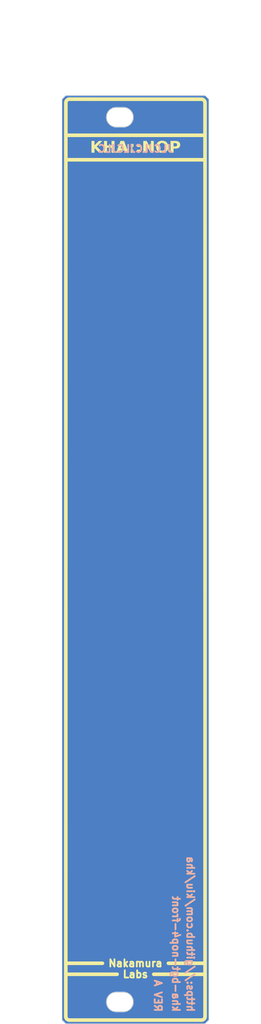
<source format=kicad_pcb>
(kicad_pcb (version 20221018) (generator pcbnew)

  (general
    (thickness 1.6)
  )

  (paper "A5" portrait)
  (layers
    (0 "F.Cu" signal)
    (31 "B.Cu" signal)
    (32 "B.Adhes" user "B.Adhesive")
    (33 "F.Adhes" user "F.Adhesive")
    (34 "B.Paste" user)
    (35 "F.Paste" user)
    (36 "B.SilkS" user "B.Silkscreen")
    (37 "F.SilkS" user "F.Silkscreen")
    (38 "B.Mask" user)
    (39 "F.Mask" user)
    (40 "Dwgs.User" user "User.Drawings")
    (41 "Cmts.User" user "User.Comments")
    (42 "Eco1.User" user "User.Eco1")
    (43 "Eco2.User" user "User.Eco2")
    (44 "Edge.Cuts" user)
    (45 "Margin" user)
    (46 "B.CrtYd" user "B.Courtyard")
    (47 "F.CrtYd" user "F.Courtyard")
    (48 "B.Fab" user)
    (49 "F.Fab" user)
    (50 "User.1" user)
    (51 "User.2" user)
    (52 "User.3" user)
    (53 "User.4" user)
    (54 "User.5" user)
    (55 "User.6" user)
    (56 "User.7" user)
    (57 "User.8" user)
    (58 "User.9" user)
  )

  (setup
    (pad_to_mask_clearance 0)
    (pcbplotparams
      (layerselection 0x00010fc_ffffffff)
      (plot_on_all_layers_selection 0x0000000_00000000)
      (disableapertmacros false)
      (usegerberextensions false)
      (usegerberattributes true)
      (usegerberadvancedattributes true)
      (creategerberjobfile true)
      (dashed_line_dash_ratio 12.000000)
      (dashed_line_gap_ratio 3.000000)
      (svgprecision 4)
      (plotframeref false)
      (viasonmask false)
      (mode 1)
      (useauxorigin false)
      (hpglpennumber 1)
      (hpglpenspeed 20)
      (hpglpendiameter 15.000000)
      (dxfpolygonmode true)
      (dxfimperialunits true)
      (dxfusepcbnewfont true)
      (psnegative false)
      (psa4output false)
      (plotreference true)
      (plotvalue true)
      (plotinvisibletext false)
      (sketchpadsonfab false)
      (subtractmaskfromsilk false)
      (outputformat 1)
      (mirror false)
      (drillshape 1)
      (scaleselection 1)
      (outputdirectory "")
    )
  )

  (net 0 "")

  (gr_line (start 80.638 151.686) (end 73.78 151.686)
    (stroke (width 0.5) (type solid)) (layer "F.SilkS") (tstamp 06f07cbc-a4c9-491d-ac32-ebb9d08a462a))
  (gr_arc (start 80.384 30.528) (mid 80.737553 30.674447) (end 80.884 31.028)
    (stroke (width 0.5) (type solid)) (layer "F.SilkS") (tstamp 166b6077-d142-4278-b72d-ca30122292a8))
  (gr_line (start 68.7 151.686) (end 61.842 151.686)
    (stroke (width 0.5) (type solid)) (layer "F.SilkS") (tstamp 2343e168-f819-4eeb-9672-b5f93eff0294))
  (gr_line (start 80.638 150.162) (end 75.812 150.162)
    (stroke (width 0.5) (type solid)) (layer "F.SilkS") (tstamp 281de666-9678-4b06-b4bd-a8974b479500))
  (gr_line (start 61.588 157.528) (end 61.596001 31.019999)
    (stroke (width 0.5) (type solid)) (layer "F.SilkS") (tstamp 7bfc08d6-fbf1-4df0-aa72-dc44d8ccb59d))
  (gr_line (start 80.884 31.028) (end 80.892 157.528)
    (stroke (width 0.5) (type solid)) (layer "F.SilkS") (tstamp 87c2c81d-0ee0-4e99-b960-0f024a7aa58e))
  (gr_arc (start 61.596001 31.019999) (mid 61.742448 30.666447) (end 62.096 30.52)
    (stroke (width 0.5) (type solid)) (layer "F.SilkS") (tstamp 932729f0-b85e-4da3-90cc-e6d9ec8f2f3b))
  (gr_line (start 61.842 35.52) (end 80.638 35.52)
    (stroke (width 0.5) (type solid)) (layer "F.SilkS") (tstamp b0707780-aa1d-4f28-9113-b984f770ce54))
  (gr_line (start 80.392 158.028) (end 62.088 158.028)
    (stroke (width 0.5) (type solid)) (layer "F.SilkS") (tstamp b2e4d2ee-ee8d-4d2f-8d22-d511cd883b63))
  (gr_line (start 61.842 38.91) (end 80.638 38.91)
    (stroke (width 0.5) (type solid)) (layer "F.SilkS") (tstamp c0e5e61e-c537-4a04-88c3-0d644ec6a4af))
  (gr_line (start 66.668 150.162) (end 61.842 150.162)
    (stroke (width 0.5) (type solid)) (layer "F.SilkS") (tstamp e4155848-4b8c-47c8-82c4-fbb06a67c69c))
  (gr_line (start 62.096 30.52) (end 80.384 30.528)
    (stroke (width 0.5) (type solid)) (layer "F.SilkS") (tstamp f33146ce-34f8-4720-aac4-e78a03f33e89))
  (gr_arc (start 62.088 158.028) (mid 61.734447 157.881553) (end 61.588 157.528)
    (stroke (width 0.5) (type solid)) (layer "F.SilkS") (tstamp f48bf050-51bc-4df1-8369-9c76e7fb18ff))
  (gr_arc (start 80.892 157.528) (mid 80.745553 157.881553) (end 80.392 158.028)
    (stroke (width 0.5) (type solid)) (layer "F.SilkS") (tstamp fbff2034-3821-465c-9039-94cd21c68cdf))
  (gr_line (start 81.4 39.269997) (end 81.4 149.269997)
    (stroke (width 0.15) (type solid)) (layer "Dwgs.User") (tstamp 004a4c5a-0c0c-4857-a8cd-0979f2a7c5bf))
  (gr_line (start 81.4 149.269997) (end 61.08012 149.27)
    (stroke (width 0.15) (type solid)) (layer "Dwgs.User") (tstamp 14ac1920-690b-42c9-a681-1662b93fa603))
  (gr_line (start 61.08 39.269997) (end 81.4 39.269997)
    (stroke (width 0.15) (type solid)) (layer "Dwgs.User") (tstamp 472c1883-aa1f-4cfe-a5e3-bfa3ed405b79))
  (gr_line (start 61.08012 149.27) (end 61.08 39.269997)
    (stroke (width 0.15) (type solid)) (layer "Dwgs.User") (tstamp 70e3ac47-46f7-4091-8cfe-b87b696e292e))
  (gr_line (start 61.08 94.27) (end 81.4 94.269997)
    (stroke (width 0.15) (type solid)) (layer "Dwgs.User") (tstamp 902e8e07-cba9-4fca-9f25-45f77cdc1a49))
  (gr_line (start 61.08 126.52) (end 81.4 126.52)
    (stroke (width 0.15) (type solid)) (layer "Dwgs.User") (tstamp 933c1f22-dd05-4dbf-9206-0728c5359f25))
  (gr_line (start 71.24 30.02) (end 71.24 157.02)
    (stroke (width 0.15) (type default)) (layer "Dwgs.User") (tstamp 9cdb809e-b4c3-42f2-aa10-dd9923f524c0))
  (gr_line (start 61.08 62.02) (end 81.4 62.02)
    (stroke (width 0.15) (type solid)) (layer "Dwgs.User") (tstamp f3a34b56-91bb-4c2d-b486-5f1f0de03c90))
  (gr_line (start 68.58 31.67) (end 69.58 31.67)
    (stroke (width 0.1) (type default)) (layer "Edge.Cuts") (tstamp 07340b61-d353-47d2-a742-5f58fa062ccd))
  (gr_line (start 61.08 158.02) (end 61.58 158.52)
    (stroke (width 0.05) (type default)) (layer "Edge.Cuts") (tstamp 07f55146-bdf4-4797-bb30-9023ef3f9950))
  (gr_line (start 81.4 30.52) (end 81.4 158.02)
    (stroke (width 0.05) (type solid)) (layer "Edge.Cuts") (tstamp 0db4480b-253d-4246-b8bb-6aef73dbcd9a))
  (gr_line (start 68.58 156.87) (end 69.58 156.87)
    (stroke (width 0.1) (type default)) (layer "Edge.Cuts") (tstamp 10a6cc06-7a23-4bde-bf1a-a808394b5c09))
  (gr_line (start 61.08 30.52) (end 61.58 30.02)
    (stroke (width 0.05) (type default)) (layer "Edge.Cuts") (tstamp 1a27fee8-2433-4a6a-8d67-758888cd9e0d))
  (gr_arc (start 68.58 156.87) (mid 67.23 155.52) (end 68.58 154.17)
    (stroke (width 0.1) (type default)) (layer "Edge.Cuts") (tstamp 1b202044-a3f0-412e-80e0-754fb63e318d))
  (gr_line (start 68.58 154.17) (end 69.58 154.17)
    (stroke (width 0.1) (type default)) (layer "Edge.Cuts") (tstamp 28ab836a-c4bc-4933-9953-96b555d2119a))
  (gr_line (start 80.9 158.52) (end 81.4 158.02)
    (stroke (width 0.05) (type default)) (layer "Edge.Cuts") (tstamp 38efd7a8-6f72-4710-8fa1-df7c02f34600))
  (gr_line (start 61.58 30.02) (end 80.9 30.02)
    (stroke (width 0.05) (type solid)) (layer "Edge.Cuts") (tstamp 59c028b9-918c-49c2-b8b6-a88608d62163))
  (gr_arc (start 68.58 34.37) (mid 67.23 33.02) (end 68.58 31.67)
    (stroke (width 0.1) (type default)) (layer "Edge.Cuts") (tstamp 5f0850fb-b1a0-4211-a77d-cbca3e590ad9))
  (gr_line (start 80.9 30.02) (end 81.4 30.52)
    (stroke (width 0.05) (type default)) (layer "Edge.Cuts") (tstamp 71e1a040-eb18-48ea-8f80-5f0bbceed302))
  (gr_arc (start 69.58 154.17) (mid 70.93 155.52) (end 69.58 156.87)
    (stroke (width 0.1) (type default)) (layer "Edge.Cuts") (tstamp 893803dd-f702-453a-ad35-5a2b1bed03c9))
  (gr_line (start 80.9 158.52) (end 61.58 158.52)
    (stroke (width 0.05) (type solid)) (layer "Edge.Cuts") (tstamp c10e0c85-9095-4ab1-bb91-3937b9135198))
  (gr_line (start 68.58 34.37) (end 69.58 34.37)
    (stroke (width 0.1) (type default)) (layer "Edge.Cuts") (tstamp c8a64156-4e59-41ed-a1cd-37f1ab2749d4))
  (gr_arc (start 69.58 31.67) (mid 70.93 33.02) (end 69.58 34.37)
    (stroke (width 0.1) (type default)) (layer "Edge.Cuts") (tstamp cbe5c758-5406-4c37-af15-9af4680e6f51))
  (gr_line (start 61.08 158.02) (end 61.08 30.52)
    (stroke (width 0.05) (type solid)) (layer "Edge.Cuts") (tstamp dad9b4cb-901c-433b-84bc-493a8965e5a4))
  (gr_text "JLCJLCJLCJLC" (at 71.24 37.386) (layer "B.SilkS") (tstamp 4ded31a8-0008-4ef4-bacb-7b8bd4442bfc)
    (effects (font (size 1 1) (thickness 0.25) bold) (justify mirror))
  )
  (gr_text "kha-bgt-nop4-front" (at 76.86 157.02 270) (layer "B.SilkS") (tstamp 8ac636e9-ab92-45da-a831-9839069a2be4)
    (effects (font (size 1 1) (thickness 0.25) bold) (justify left mirror))
  )
  (gr_text "REV A" (at 74.36 157.02 -90) (layer "B.SilkS") (tstamp acafecdc-0c4c-4921-aca3-868e8ddaba5a)
    (effects (font (size 1 1) (thickness 0.25) bold) (justify left mirror))
  )
  (gr_text "https://github.com/kiu/kha" (at 78.86 157.02 270) (layer "B.SilkS") (tstamp ce2a20d8-d286-4ba3-b5f4-7a52d747aabd)
    (effects (font (size 1 1) (thickness 0.25) bold) (justify left mirror))
  )
  (gr_text "Nakamura" (at 71.24 150.162) (layer "F.SilkS") (tstamp 3fa2445e-4ac5-4749-9301-d1210b8190b6)
    (effects (font (size 1 1) (thickness 0.25)))
  )
  (gr_text "KHA::NOP" (at 71.24 37.27) (layer "F.SilkS") (tstamp 84de5020-4a64-4e6a-9a2d-41399d941464)
    (effects (font (face "Roboto") (size 1.6 1.6) (thickness 0.25) bold))
    (render_cache "KHA::NOP" 0
      (polygon
        (pts
          (xy 66.702163 37.291934)          (xy 66.530607 37.476777)          (xy 66.530607 37.934)          (xy 66.201172 37.934)
          (xy 66.201172 36.33333)          (xy 66.530607 36.33333)          (xy 66.530607 37.059024)          (xy 66.67598 36.860113)
          (xy 67.083573 36.33333)          (xy 67.489211 36.33333)          (xy 66.921005 37.044565)          (xy 67.505624 37.934)
          (xy 67.113273 37.934)
        )
      )
      (polygon
        (pts
          (xy 68.924187 37.934)          (xy 68.594752 37.934)          (xy 68.594752 37.249729)          (xy 67.951514 37.249729)
          (xy 67.951514 37.934)          (xy 67.622079 37.934)          (xy 67.622079 36.33333)          (xy 67.951514 36.33333)
          (xy 67.951514 36.983602)          (xy 68.594752 36.983602)          (xy 68.594752 36.33333)          (xy 68.924187 36.33333)
        )
      )
      (polygon
        (pts
          (xy 70.589337 37.934)          (xy 70.238799 37.934)          (xy 70.127816 37.600657)          (xy 69.549448 37.600657)
          (xy 69.439637 37.934)          (xy 69.0891 37.934)          (xy 69.312436 37.333748)          (xy 69.638548 37.333748)
          (xy 70.038716 37.333748)          (xy 69.83746 36.737796)          (xy 69.638548 37.333748)          (xy 69.312436 37.333748)
          (xy 69.684661 36.33333)          (xy 69.990258 36.33333)
        )
      )
      (polygon
        (pts
          (xy 70.725331 37.76596)          (xy 70.726131 37.747453)          (xy 70.728531 37.729837)          (xy 70.73253 37.713112)
          (xy 70.73813 37.697279)          (xy 70.745329 37.682338)          (xy 70.754127 37.668288)          (xy 70.764526 37.655129)
          (xy 70.776525 37.642862)          (xy 70.789726 37.63178)          (xy 70.803733 37.622175)          (xy 70.818547 37.614047)
          (xy 70.834166 37.607398)          (xy 70.850591 37.602226)          (xy 70.867822 37.598532)          (xy 70.88586 37.596315)
          (xy 70.904703 37.595577)          (xy 70.923815 37.596315)          (xy 70.942072 37.598532)          (xy 70.959475 37.602226)
          (xy 70.976022 37.607398)          (xy 70.991715 37.614047)          (xy 71.006552 37.622175)          (xy 71.020535 37.63178)
          (xy 71.033663 37.642862)          (xy 71.045662 37.655129)          (xy 71.05606 37.668288)          (xy 71.064859 37.682338)
          (xy 71.072058 37.697279)          (xy 71.077658 37.713112)          (xy 71.081657 37.729837)          (xy 71.084057 37.747453)
          (xy 71.084857 37.76596)          (xy 71.084063 37.784187)          (xy 71.081682 37.801547)          (xy 71.077713 37.818039)
          (xy 71.072156 37.833665)          (xy 71.065012 37.848423)          (xy 71.05628 37.862314)          (xy 71.045961 37.875338)
          (xy 71.034054 37.887496)          (xy 71.021006 37.898395)          (xy 71.007065 37.907841)          (xy 70.992234 37.915834)
          (xy 70.976511 37.922374)          (xy 70.959896 37.92746)          (xy 70.94239 37.931093)          (xy 70.923992 37.933273)
          (xy 70.904703 37.934)          (xy 70.885591 37.933273)          (xy 70.867334 37.931093)          (xy 70.849932 37.92746)
          (xy 70.833384 37.922374)          (xy 70.817692 37.915834)          (xy 70.802854 37.907841)          (xy 70.788871 37.898395)
          (xy 70.775743 37.887496)          (xy 70.763928 37.875338)          (xy 70.753688 37.862314)          (xy 70.745023 37.848423)
          (xy 70.737934 37.833665)          (xy 70.73242 37.818039)          (xy 70.728482 37.801547)          (xy 70.726119 37.784187)
        )
      )
      (polygon
        (pts
          (xy 70.725331 36.85386)          (xy 70.726131 36.835352)          (xy 70.728531 36.817736)          (xy 70.73253 36.801012)
          (xy 70.73813 36.785179)          (xy 70.745329 36.770237)          (xy 70.754127 36.756187)          (xy 70.764526 36.743029)
          (xy 70.776525 36.730762)          (xy 70.789726 36.719679)          (xy 70.803733 36.710074)          (xy 70.818547 36.701947)
          (xy 70.834166 36.695297)          (xy 70.850591 36.690126)          (xy 70.867822 36.686431)          (xy 70.88586 36.684215)
          (xy 70.904703 36.683476)          (xy 70.923815 36.684215)          (xy 70.942072 36.686431)          (xy 70.959475 36.690126)
          (xy 70.976022 36.695297)          (xy 70.991715 36.701947)          (xy 71.006552 36.710074)          (xy 71.020535 36.719679)
          (xy 71.033663 36.730762)          (xy 71.045662 36.743029)          (xy 71.05606 36.756187)          (xy 71.064859 36.770237)
          (xy 71.072058 36.785179)          (xy 71.077658 36.801012)          (xy 71.081657 36.817736)          (xy 71.084057 36.835352)
          (xy 71.084857 36.85386)          (xy 71.084063 36.872087)          (xy 71.081682 36.889446)          (xy 71.077713 36.905939)
          (xy 71.072156 36.921564)          (xy 71.065012 36.936322)          (xy 71.05628 36.950214)          (xy 71.045961 36.963238)
          (xy 71.034054 36.975395)          (xy 71.021006 36.986295)          (xy 71.007065 36.995741)          (xy 70.992234 37.003733)
          (xy 70.976511 37.010273)          (xy 70.959896 37.015359)          (xy 70.94239 37.018993)          (xy 70.923992 37.021172)
          (xy 70.904703 37.021899)          (xy 70.885591 37.021172)          (xy 70.867334 37.018993)          (xy 70.849932 37.015359)
          (xy 70.833384 37.010273)          (xy 70.817692 37.003733)          (xy 70.802854 36.995741)          (xy 70.788871 36.986295)
          (xy 70.775743 36.975395)          (xy 70.763928 36.963238)          (xy 70.753688 36.950214)          (xy 70.745023 36.936322)
          (xy 70.737934 36.921564)          (xy 70.73242 36.905939)          (xy 70.728482 36.889446)          (xy 70.726119 36.872087)
        )
      )
      (polygon
        (pts
          (xy 71.356846 37.76596)          (xy 71.357645 37.747453)          (xy 71.360045 37.729837)          (xy 71.364045 37.713112)
          (xy 71.369644 37.697279)          (xy 71.376843 37.682338)          (xy 71.385642 37.668288)          (xy 71.39604 37.655129)
          (xy 71.408039 37.642862)          (xy 71.42124 37.63178)          (xy 71.435247 37.622175)          (xy 71.450061 37.614047)
          (xy 71.46568 37.607398)          (xy 71.482105 37.602226)          (xy 71.499337 37.598532)          (xy 71.517374 37.596315)
          (xy 71.536217 37.595577)          (xy 71.555329 37.596315)          (xy 71.573587 37.598532)          (xy 71.590989 37.602226)
          (xy 71.607536 37.607398)          (xy 71.623229 37.614047)          (xy 71.638067 37.622175)          (xy 71.65205 37.63178)
          (xy 71.665178 37.642862)          (xy 71.677176 37.655129)          (xy 71.687575 37.668288)          (xy 71.696374 37.682338)
          (xy 71.703573 37.697279)          (xy 71.709172 37.713112)          (xy 71.713171 37.729837)          (xy 71.715571 37.747453)
          (xy 71.716371 37.76596)          (xy 71.715577 37.784187)          (xy 71.713196 37.801547)          (xy 71.709227 37.818039)
          (xy 71.70367 37.833665)          (xy 71.696526 37.848423)          (xy 71.687795 37.862314)          (xy 71.677475 37.875338)
          (xy 71.665568 37.887496)          (xy 71.65252 37.898395)          (xy 71.63858 37.907841)          (xy 71.623748 37.915834)
          (xy 71.608025 37.922374)          (xy 71.59141 37.92746)          (xy 71.573904 37.931093)          (xy 71.555507 37.933273)
          (xy 71.536217 37.934)          (xy 71.517105 37.933273)          (xy 71.498848 37.931093)          (xy 71.481446 37.92746)
          (xy 71.464899 37.922374)          (xy 71.449206 37.915834)          (xy 71.434368 37.907841)          (xy 71.420385 37.898395)
          (xy 71.407257 37.887496)          (xy 71.395442 37.875338)          (xy 71.385202 37.862314)          (xy 71.376538 37.848423)
          (xy 71.369448 37.833665)          (xy 71.363935 37.818039)          (xy 71.359996 37.801547)          (xy 71.357633 37.784187)
        )
      )
      (polygon
        (pts
          (xy 71.356846 36.85386)          (xy 71.357645 36.835352)          (xy 71.360045 36.817736)          (xy 71.364045 36.801012)
          (xy 71.369644 36.785179)          (xy 71.376843 36.770237)          (xy 71.385642 36.756187)          (xy 71.39604 36.743029)
          (xy 71.408039 36.730762)          (xy 71.42124 36.719679)          (xy 71.435247 36.710074)          (xy 71.450061 36.701947)
          (xy 71.46568 36.695297)          (xy 71.482105 36.690126)          (xy 71.499337 36.686431)          (xy 71.517374 36.684215)
          (xy 71.536217 36.683476)          (xy 71.555329 36.684215)          (xy 71.573587 36.686431)          (xy 71.590989 36.690126)
          (xy 71.607536 36.695297)          (xy 71.623229 36.701947)          (xy 71.638067 36.710074)          (xy 71.65205 36.719679)
          (xy 71.665178 36.730762)          (xy 71.677176 36.743029)          (xy 71.687575 36.756187)          (xy 71.696374 36.770237)
          (xy 71.703573 36.785179)          (xy 71.709172 36.801012)          (xy 71.713171 36.817736)          (xy 71.715571 36.835352)
          (xy 71.716371 36.85386)          (xy 71.715577 36.872087)          (xy 71.713196 36.889446)          (xy 71.709227 36.905939)
          (xy 71.70367 36.921564)          (xy 71.696526 36.936322)          (xy 71.687795 36.950214)          (xy 71.677475 36.963238)
          (xy 71.665568 36.975395)          (xy 71.65252 36.986295)          (xy 71.63858 36.995741)          (xy 71.623748 37.003733)
          (xy 71.608025 37.010273)          (xy 71.59141 37.015359)          (xy 71.573904 37.018993)          (xy 71.555507 37.021172)
          (xy 71.536217 37.021899)          (xy 71.517105 37.021172)          (xy 71.498848 37.018993)          (xy 71.481446 37.015359)
          (xy 71.464899 37.010273)          (xy 71.449206 37.003733)          (xy 71.434368 36.995741)          (xy 71.420385 36.986295)
          (xy 71.407257 36.975395)          (xy 71.395442 36.963238)          (xy 71.385202 36.950214)          (xy 71.376538 36.936322)
          (xy 71.369448 36.921564)          (xy 71.363935 36.905939)          (xy 71.359996 36.889446)          (xy 71.357633 36.872087)
        )
      )
      (polygon
        (pts
          (xy 73.295548 37.934)          (xy 72.965722 37.934)          (xy 72.323656 36.880824)          (xy 72.323656 37.934)
          (xy 71.994222 37.934)          (xy 71.994222 36.33333)          (xy 72.323656 36.33333)          (xy 72.966894 37.388849)
          (xy 72.966894 36.33333)          (xy 73.295548 36.33333)
        )
      )
      (polygon
        (pts
          (xy 74.232483 36.308696)          (xy 74.256967 36.309827)          (xy 74.281099 36.311713)          (xy 74.304881 36.314352)
          (xy 74.328312 36.317745)          (xy 74.351391 36.321893)          (xy 74.374119 36.326795)          (xy 74.396497 36.33245)
          (xy 74.418523 36.33886)          (xy 74.440198 36.346024)          (xy 74.461522 36.353942)          (xy 74.482495 36.362614)
          (xy 74.503116 36.372041)          (xy 74.523387 36.382221)          (xy 74.543306 36.393155)          (xy 74.562875 36.404844)
          (xy 74.582042 36.417238)          (xy 74.600659 36.430288)          (xy 74.618727 36.443994)          (xy 74.636245 36.458357)
          (xy 74.653214 36.473377)          (xy 74.669633 36.489053)          (xy 74.685503 36.505385)          (xy 74.700823 36.522374)
          (xy 74.715594 36.540019)          (xy 74.729815 36.55832)          (xy 74.743486 36.577278)          (xy 74.756608 36.596892)
          (xy 74.769181 36.617163)          (xy 74.781204 36.63809)          (xy 74.792677 36.659673)          (xy 74.803601 36.681913)
          (xy 74.813917 36.704652)          (xy 74.823567 36.727831)          (xy 74.832553 36.751449)          (xy 74.840872 36.775507)
          (xy 74.848526 36.800004)          (xy 74.855514 36.824942)          (xy 74.861837 36.850318)          (xy 74.867495 36.876135)
          (xy 74.872486 36.902391)          (xy 74.876812 36.929087)          (xy 74.880473 36.956222)          (xy 74.883468 36.983797)
          (xy 74.885797 37.011812)          (xy 74.887461 37.040266)          (xy 74.88846 37.06916)          (xy 74.888792 37.098494)
          (xy 74.888792 37.170008)          (xy 74.888466 37.199432)          (xy 74.887486 37.2284)          (xy 74.885852 37.256914)
          (xy 74.883566 37.284973)          (xy 74.880626 37.312577)          (xy 74.877032 37.339726)          (xy 74.872785 37.36642)
          (xy 74.867885 37.39266)          (xy 74.862332 37.418444)          (xy 74.856125 37.443774)          (xy 74.849265 37.468648)
          (xy 74.841751 37.493068)          (xy 74.833584 37.517033)          (xy 74.824764 37.540543)          (xy 74.815291 37.563598)
          (xy 74.805164 37.586198)          (xy 74.794477 37.608204)          (xy 74.783225 37.629575)          (xy 74.771408 37.650311)
          (xy 74.759026 37.670413)          (xy 74.74608 37.689879)          (xy 74.732569 37.70871)          (xy 74.718493 37.726906)
          (xy 74.703852 37.744467)          (xy 74.688646 37.761393)          (xy 74.672876 37.777684)          (xy 74.65654 37.79334)
          (xy 74.63964 37.808361)          (xy 74.622175 37.822747)          (xy 74.604146 37.836498)          (xy 74.585551 37.849614)
          (xy 74.566392 37.862094)          (xy 74.546772 37.87383)          (xy 74.526794 37.884809)          (xy 74.506459 37.895031)
          (xy 74.485767 37.904495)          (xy 74.464718 37.913202)          (xy 74.443312 37.921152)          (xy 74.421548 37.928345)
          (xy 74.399428 37.934781)          (xy 74.37695 37.94046)          (xy 74.354114 37.945381)          (xy 74.330922 37.949546)
          (xy 74.307372 37.952953)          (xy 74.283466 37.955603)          (xy 74.259202 37.957496)          (xy 74.23458 37.958631)
          (xy 74.209602 37.95901)          (xy 74.184904 37.958636)          (xy 74.16054 37.957514)          (xy 74.136508 37.955644)
          (xy 74.112809 37.953026)          (xy 74.089442 37.94966)          (xy 74.066409 37.945546)          (xy 74.043708 37.940684)
          (xy 74.02134 37.935074)          (xy 73.999304 37.928716)          (xy 73.977602 37.92161)          (xy 73.956232 37.913756)
          (xy 73.935195 37.905154)          (xy 73.914491 37.895804)          (xy 73.89412 37.885707)          (xy 73.874081 37.874861)
          (xy 73.854375 37.863267)          (xy 73.835159 37.850929)          (xy 73.816493 37.837951)          (xy 73.798376 37.824331)
          (xy 73.780809 37.810071)          (xy 73.763792 37.795169)          (xy 73.747324 37.779626)          (xy 73.731405 37.763442)
          (xy 73.716036 37.746616)          (xy 73.701217 37.72915)          (xy 73.686947 37.711042)          (xy 73.673226 37.692294)
          (xy 73.660056 37.672904)          (xy 73.647434 37.652873)          (xy 73.635363 37.632201)          (xy 73.62384 37.610888)
          (xy 73.612868 37.588933)          (xy 73.6025 37.566449)          (xy 73.592791 37.543547)          (xy 73.583742 37.520226)
          (xy 73.575352 37.496487)          (xy 73.567622 37.47233)          (xy 73.560551 37.447755)          (xy 73.55414 37.422761)
          (xy 73.548388 37.397349)          (xy 73.543295 37.371519)          (xy 73.538862 37.34527)          (xy 73.535089 37.318604)
          (xy 73.531975 37.291519)          (xy 73.52952 37.264015)          (xy 73.527725 37.236094)          (xy 73.526589 37.207754)
          (xy 73.526113 37.178996)          (xy 73.526113 37.170399)          (xy 73.860237 37.170399)          (xy 73.860588 37.200743)
          (xy 73.861641 37.230226)          (xy 73.863397 37.258848)          (xy 73.865855 37.286609)          (xy 73.869014 37.31351)
          (xy 73.872877 37.339549)          (xy 73.877441 37.364727)          (xy 73.882707 37.389045)          (xy 73.888676 37.412501)
          (xy 73.895347 37.435097)          (xy 73.90272 37.456831)          (xy 73.910795 37.477705)          (xy 73.919573 37.497718)
          (xy 73.929052 37.516869)          (xy 73.939234 37.53516)          (xy 73.950118 37.55259)          (xy 73.961711 37.569058)
          (xy 73.97392 37.584464)          (xy 73.986746 37.598807)          (xy 74.000188 37.612087)          (xy 74.014247 37.624306)
          (xy 74.028923 37.635461)          (xy 74.044216 37.645555)          (xy 74.060125 37.654586)          (xy 74.076651 37.662554)
          (xy 74.093794 37.66946)          (xy 74.111554 37.675304)          (xy 74.12993 37.680085)          (xy 74.148923 37.683803)
          (xy 74.168533 37.686459)          (xy 74.188759 37.688053)          (xy 74.209602 37.688584)          (xy 74.230062 37.688073)
          (xy 74.24992 37.686539)          (xy 74.269177 37.683982)          (xy 74.287833 37.680402)          (xy 74.305887 37.6758)
          (xy 74.32334 37.670174)          (xy 74.340191 37.663526)          (xy 74.356441 37.655856)          (xy 74.372089 37.647162)
          (xy 74.387136 37.637446)          (xy 74.401581 37.626707)          (xy 74.415425 37.614945)          (xy 74.428668 37.60216)
          (xy 74.441309 37.588353)          (xy 74.453349 37.573523)          (xy 74.464787 37.55767)          (xy 74.475579 37.540837)
          (xy 74.485682 37.523067)          (xy 74.495094 37.50436)          (xy 74.503817 37.484715)          (xy 74.511849 37.464133)
          (xy 74.519192 37.442613)          (xy 74.525845 37.420157)          (xy 74.531807 37.396763)          (xy 74.53708 37.372432)
          (xy 74.541662 37.347163)          (xy 74.545555 37.320958)          (xy 74.548758 37.293815)          (xy 74.55127 37.265734)
          (xy 74.553093 37.236717)          (xy 74.554226 37.206762)          (xy 74.554668 37.17587)          (xy 74.554668 37.097321)
          (xy 74.55458 37.081613)          (xy 74.553875 37.050912)          (xy 74.552464 37.021163)          (xy 74.550349 36.992367)
          (xy 74.547528 36.964523)          (xy 74.544001 36.937632)          (xy 74.53977 36.911694)          (xy 74.534833 36.886708)
          (xy 74.529191 36.862674)          (xy 74.522844 36.839593)          (xy 74.515791 36.817465)          (xy 74.508034 36.796289)
          (xy 74.499571 36.776066)          (xy 74.490402 36.756795)          (xy 74.480529 36.738477)          (xy 74.46995 36.721111)
          (xy 74.464396 36.712785)          (xy 74.45286 36.696838)          (xy 74.440723 36.681919)          (xy 74.427984 36.668029)
          (xy 74.414644 36.655168)          (xy 74.400702 36.643336)          (xy 74.386159 36.632533)          (xy 74.371014 36.622759)
          (xy 74.355268 36.614013)          (xy 74.338921 36.606297)          (xy 74.321972 36.599609)          (xy 74.304422 36.59395)
          (xy 74.28627 36.589321)          (xy 74.267517 36.585719)          (xy 74.248162 36.583147)          (xy 74.228206 36.581604)
          (xy 74.207648 36.58109)          (xy 74.187184 36.581598)          (xy 74.167311 36.583123)          (xy 74.148031 36.585664)
          (xy 74.129344 36.589223)          (xy 74.111248 36.593798)          (xy 74.093745 36.599389)          (xy 74.076835 36.605998)
          (xy 74.060516 36.613623)          (xy 74.04479 36.622264)          (xy 74.029656 36.631923)          (xy 74.015114 36.642598)
          (xy 74.001165 36.654289)          (xy 73.987808 36.666997)          (xy 73.975043 36.680722)          (xy 73.962871 36.695464)
          (xy 73.951291 36.711222)          (xy 73.940402 36.727913)          (xy 73.930206 36.74555)          (xy 73.920704 36.764134)
          (xy 73.911894 36.783665)          (xy 73.903778 36.804141)          (xy 73.896354 36.825564)          (xy 73.889624 36.847934)
          (xy 73.883587 36.87125)          (xy 73.878242 36.895512)          (xy 73.873591 36.920721)          (xy 73.869633 36.946877)
          (xy 73.866368 36.973979)          (xy 73.863795 37.002027)          (xy 73.861916 37.031021)          (xy 73.86073 37.060963)
          (xy 73.860237 37.09185)          (xy 73.860237 37.170399)          (xy 73.526113 37.170399)          (xy 73.526113 37.099275)
          (xy 73.526446 37.069847)          (xy 73.527444 37.040864)          (xy 73.529108 37.012328)          (xy 73.531437 36.984237)
          (xy 73.534432 36.956592)          (xy 73.538093 36.929392)          (xy 73.542419 36.902638)          (xy 73.547411 36.87633)
          (xy 73.553068 36.850468)          (xy 73.559391 36.825051)          (xy 73.566379 36.800081)          (xy 73.574033 36.775556)
          (xy 73.582353 36.751476)          (xy 73.591338 36.727843)          (xy 73.600988 36.704655)          (xy 73.611305 36.681913)
          (xy 73.622228 36.659673)          (xy 73.633702 36.63809)          (xy 73.645725 36.617163)          (xy 73.658297 36.596892)
          (xy 73.671419 36.577278)          (xy 73.68509 36.55832)          (xy 73.699312 36.540019)          (xy 73.714082 36.522374)
          (xy 73.729402 36.505385)          (xy 73.745272 36.489053)          (xy 73.761691 36.473377)          (xy 73.77866 36.458357)
          (xy 73.796178 36.443994)          (xy 73.814246 36.430288)          (xy 73.832863 36.417238)          (xy 73.85203 36.404844)
          (xy 73.871646 36.393155)          (xy 73.89161 36.382221)          (xy 73.911922 36.372041)          (xy 73.932582 36.362614)
          (xy 73.95359 36.353942)          (xy 73.974946 36.346024)          (xy 73.99665 36.33886)          (xy 74.018702 36.33245)
          (xy 74.041102 36.326795)          (xy 74.06385 36.321893)          (xy 74.086946 36.317745)          (xy 74.110391 36.314352)
          (xy 74.134183 36.311713)          (xy 74.158323 36.309827)          (xy 74.182812 36.308696)          (xy 74.207648 36.308319)
        )
      )
      (polygon
        (pts
          (xy 75.766969 36.333589)          (xy 75.78898 36.334368)          (xy 75.810652 36.335665)          (xy 75.831985 36.337482)
          (xy 75.852979 36.339817)          (xy 75.873635 36.342672)          (xy 75.893951 36.346045)          (xy 75.913929 36.349938)
          (xy 75.933567 36.35435)          (xy 75.952867 36.35928)          (xy 75.971828 36.36473)          (xy 75.99045 36.370699)
          (xy 76.008733 36.377186)          (xy 76.026677 36.384193)          (xy 76.044283 36.391719)          (xy 76.061549 36.399764)
          (xy 76.078446 36.408239)          (xy 76.094845 36.417154)          (xy 76.110747 36.426508)          (xy 76.126151 36.436302)
          (xy 76.141058 36.446536)          (xy 76.155466 36.45721)          (xy 76.169378 36.468323)          (xy 76.182791 36.479875)
          (xy 76.195707 36.491868)          (xy 76.208125 36.5043)          (xy 76.220046 36.517171)          (xy 76.231469 36.530482)
          (xy 76.242394 36.544233)          (xy 76.252822 36.558424)          (xy 76.262752 36.573054)          (xy 76.272184 36.588124)
          (xy 76.281128 36.603497)          (xy 76.289495 36.619136)          (xy 76.297285 36.635041)          (xy 76.304497 36.651212)
          (xy 76.311133 36.667648)          (xy 76.317192 36.684349)          (xy 76.322674 36.701317)          (xy 76.327578 36.718549)
          (xy 76.331906 36.736048)          (xy 76.335657 36.753812)          (xy 76.33883 36.771842)          (xy 76.341427 36.790137)
          (xy 76.343446 36.808698)          (xy 76.344889 36.827524)          (xy 76.345754 36.846617)          (xy 76.346043 36.865974)
          (xy 76.345414 36.895139)          (xy 76.343527 36.923524)          (xy 76.340383 36.951131)          (xy 76.33598 36.97796)
          (xy 76.33032 37.00401)          (xy 76.323402 37.029281)          (xy 76.315226 37.053774)          (xy 76.305792 37.077489)
          (xy 76.2951 37.100425)          (xy 76.28315 37.122582)          (xy 76.269943 37.143961)          (xy 76.255478 37.164561)
          (xy 76.239755 37.184383)          (xy 76.222774 37.203426)          (xy 76.204535 37.221691)          (xy 76.185038 37.239177)
          (xy 76.164429 37.255693)          (xy 76.142851 37.271143)          (xy 76.120306 37.285527)          (xy 76.096793 37.298846)
          (xy 76.072312 37.311099)          (xy 76.046864 37.322287)          (xy 76.020447 37.33241)          (xy 75.993063 37.341466)
          (xy 75.964711 37.349458)          (xy 75.935391 37.356383)          (xy 75.905104 37.362244)          (xy 75.889597 37.364774)
          (xy 75.873848 37.367039)          (xy 75.857858 37.369036)          (xy 75.841625 37.370768)          (xy 75.82515 37.372233)
          (xy 75.808434 37.373432)          (xy 75.791476 37.374364)          (xy 75.774275 37.37503)          (xy 75.756833 37.375429)
          (xy 75.739148 37.375563)          (xy 75.449965 37.375563)          (xy 75.449965 37.934)          (xy 75.12053 37.934)
          (xy 75.12053 36.600238)          (xy 75.449965 36.600238)          (xy 75.449965 37.108654)          (xy 75.744619 37.108654)
          (xy 75.760739 37.108411)          (xy 75.776371 37.107683)          (xy 75.798902 37.105681)          (xy 75.820335 37.102586)
          (xy 75.840668 37.098399)          (xy 75.859902 37.09312)          (xy 75.878037 37.086749)          (xy 75.895073 37.079285)
          (xy 75.91101 37.07073)          (xy 75.925848 37.061082)          (xy 75.939586 37.050341)          (xy 75.943922 37.046519)
          (xy 75.956213 37.034328)          (xy 75.967296 37.021203)          (xy 75.977169 37.007144)          (xy 75.985834 36.99215)
          (xy 75.993289 36.976223)          (xy 75.999536 36.959361)          (xy 76.004573 36.941564)          (xy 76.008402 36.922834)
          (xy 76.011021 36.90317)          (xy 76.012432 36.882571)          (xy 76.0127 36.868319)          (xy 76.012092 36.846376)
          (xy 76.010269 36.825244)          (xy 76.007229 36.804922)          (xy 76.002973 36.785411)          (xy 75.997502 36.76671)
          (xy 75.990815 36.74882)          (xy 75.982912 36.731741)          (xy 75.973792 36.715472)          (xy 75.963458 36.700014)
          (xy 75.951907 36.685366)          (xy 75.943531 36.676051)          (xy 75.930098 36.662901)          (xy 75.915737 36.651001)
          (xy 75.90045 36.640351)          (xy 75.884235 36.630952)          (xy 75.867092 36.622802)          (xy 75.849023 36.615903)
          (xy 75.830025 36.610254)          (xy 75.810101 36.605856)          (xy 75.789249 36.602707)          (xy 75.76747 36.600809)
          (xy 75.752435 36.600238)          (xy 75.449965 36.600238)          (xy 75.12053 36.600238)          (xy 75.12053 36.33333)
          (xy 75.744619 36.33333)
        )
      )
    )
  )
  (gr_text "Labs" (at 71.24 151.686) (layer "F.SilkS") (tstamp de90feed-cca0-4691-a605-cec195a6f3e7)
    (effects (font (size 1 1) (thickness 0.25)))
  )
  (gr_text "4HP NOP" (at 71.24 19.86) (layer "Dwgs.User") (tstamp 6a54623a-cd26-416a-935b-953329910ab7)
    (effects (font (size 3 3) (thickness 0.75)))
  )
  (dimension (type aligned) (layer "Dwgs.User") (tstamp 167bfee0-e0c4-4782-836d-99ed4597a1bc)
    (pts (xy 68.58 30.02) (xy 61.08 30.02))
    (height 2.5)
    (gr_text "7.5000 mm" (at 64.83 26.37) (layer "Dwgs.User") (tstamp af24edbf-f33e-437b-85bd-97fb88cfe978)
      (effects (font (size 1 1) (thickness 0.15)))
    )
    (format (prefix "") (suffix "") (units 2) (units_format 1) (precision 4))
    (style (thickness 0.15) (arrow_length 1.27) (text_position_mode 0) (extension_height 0.58642) (extension_offset 0) keep_text_aligned)
  )
  (dimension (type aligned) (layer "Dwgs.User") (tstamp 4daf65da-f02d-4da9-b644-fd93e61f0a65)
    (pts (xy 81.4 39.269997) (xy 81.4 149.269997))
    (height -3)
    (gr_text "110.0000 mm" (at 83.25 94.269997 90) (layer "Dwgs.User") (tstamp ebc9fa07-afc0-4a40-9340-67cc87616f99)
      (effects (font (size 1 1) (thickness 0.15)))
    )
    (format (prefix "") (suffix "") (units 2) (units_format 1) (precision 4))
    (style (thickness 0.15) (arrow_length 1.27) (text_position_mode 0) (extension_height 0.58642) (extension_offset 0) keep_text_aligned)
  )
  (dimension (type aligned) (layer "Dwgs.User") (tstamp 599d51a3-b1c6-415e-a6b2-350762608d57)
    (pts (xy 81.4 30.02) (xy 61.08 30.02))
    (height 5)
    (gr_text "20.3200 mm" (at 71.24 23.87) (layer "Dwgs.User") (tstamp c5c7a62a-4349-4af9-a266-97ae01d978f6)
      (effects (font (size 1 1) (thickness 0.15)))
    )
    (format (prefix "") (suffix "") (units 2) (units_format 1) (precision 4))
    (style (thickness 0.15) (arrow_length 1.27) (text_position_mode 0) (extension_height 0.58642) (extension_offset 0) keep_text_aligned)
  )
  (dimension (type aligned) (layer "Dwgs.User") (tstamp d0e6c610-5637-4e9e-96f7-f540eac21dd7)
    (pts (xy 81.4 149.269997) (xy 81.4 158.519997))
    (height -3)
    (gr_text "9.2500 mm" (at 83.25 153.894997 90) (layer "Dwgs.User") (tstamp f975a3f2-19d8-4ec3-8fd8-ebbd130a7eb1)
      (effects (font (size 1 1) (thickness 0.15)))
    )
    (format (prefix "") (suffix "") (units 2) (units_format 1) (precision 4))
    (style (thickness 0.15) (arrow_length 1.27) (text_position_mode 0) (extension_height 0.58642) (extension_offset 0) keep_text_aligned)
  )
  (dimension (type aligned) (layer "Dwgs.User") (tstamp d3156ab8-8ccb-456b-b585-416bc27be947)
    (pts (xy 81.4 30.02) (xy 81.4 39.269997))
    (height -3)
    (gr_text "9.2500 mm" (at 83.25 34.644999 90) (layer "Dwgs.User") (tstamp 5345b617-93b5-4d02-bfdc-a0340e1d9d24)
      (effects (font (size 1 1) (thickness 0.15)))
    )
    (format (prefix "") (suffix "") (units 2) (units_format 1) (precision 4))
    (style (thickness 0.15) (arrow_length 1.27) (text_position_mode 0) (extension_height 0.58642) (extension_offset 0) keep_text_aligned)
  )
  (dimension (type aligned) (layer "Dwgs.User") (tstamp d767e159-6d59-4173-9bba-41c9663107b4)
    (pts (xy 61.08 155.52) (xy 61.08 158.52))
    (height 3)
    (gr_text "3.0000 mm" (at 56.93 157.02 90) (layer "Dwgs.User") (tstamp 7afa0ec4-6e41-45f1-8576-e3975bf7fd1f)
      (effects (font (size 1 1) (thickness 0.15)))
    )
    (format (prefix "") (suffix "") (units 2) (units_format 1) (precision 4))
    (style (thickness 0.15) (arrow_length 1.27) (text_position_mode 0) (extension_height 0.58642) (extension_offset 0) keep_text_aligned)
  )
  (dimension (type aligned) (layer "Dwgs.User") (tstamp efeb30b1-4bf3-4c4d-98fa-6e462021fabd)
    (pts (xy 61.08 30.02) (xy 61.08 33.02))
    (height 3)
    (gr_text "3.0000 mm" (at 56.93 31.52 90) (layer "Dwgs.User") (tstamp e1e350a6-0111-4197-a980-2f3dd99f2185)
      (effects (font (size 1 1) (thickness 0.15)))
    )
    (format (prefix "") (suffix "") (units 2) (units_format 1) (precision 4))
    (style (thickness 0.15) (arrow_length 1.27) (text_position_mode 0) (extension_height 0.58642) (extension_offset 0) keep_text_aligned)
  )

  (zone (net 0) (net_name "") (layers "F&B.Cu") (tstamp e713324f-2be5-476e-b7ba-6c2a636e66b9) (hatch edge 0.5)
    (priority 1)
    (connect_pads yes (clearance 0.508))
    (min_thickness 0.25) (filled_areas_thickness no)
    (fill yes (thermal_gap 0.5) (thermal_bridge_width 0.5) (island_removal_mode 1) (island_area_min 10))
    (polygon
      (pts
        (xy 61.08 30.02)
        (xy 81.4 30.02)
        (xy 81.4 158.52)
        (xy 61.08 158.52)
      )
    )
    (filled_polygon
      (layer "F.Cu")
      (island)
      (pts
        (xy 80.895883 30.029939)
        (xy 80.936111 30.056819)
        (xy 81.363181 30.483888)
        (xy 81.390061 30.524116)
        (xy 81.3995 30.571569)
        (xy 81.3995 157.968431)
        (xy 81.390061 158.015884)
        (xy 81.363181 158.056112)
        (xy 80.936111 158.483181)
        (xy 80.895883 158.510061)
        (xy 80.84843 158.5195)
        (xy 61.631569 158.5195)
        (xy 61.584116 158.510061)
        (xy 61.543888 158.483181)
        (xy 61.116819 158.056111)
        (xy 61.089939 158.015883)
        (xy 61.0805 157.96843)
        (xy 61.0805 155.52)
        (xy 67.224872 155.52)
        (xy 67.243354 155.743047)
        (xy 67.24461 155.748008)
        (xy 67.244612 155.748018)
        (xy 67.297039 155.955044)
        (xy 67.297041 155.955051)
        (xy 67.298297 155.960009)
        (xy 67.3882 156.16497)
        (xy 67.510614 156.352337)
        (xy 67.514081 156.356103)
        (xy 67.514084 156.356107)
        (xy 67.658728 156.513232)
        (xy 67.662197 156.517)
        (xy 67.838815 156.654468)
        (xy 67.843322 156.656907)
        (xy 67.843325 156.656909)
        (xy 67.89401 156.684338)
        (xy 68.035651 156.76099)
        (xy 68.247336 156.833661)
        (xy 68.468094 156.8705)
        (xy 68.579901 156.8705)
        (xy 68.58 156.8705)
        (xy 68.5805 156.8705)
        (xy 69.5795 156.8705)
        (xy 69.580099 156.8705)
        (xy 69.686773 156.8705)
        (xy 69.691906 156.8705)
        (xy 69.912664 156.833661)
        (xy 70.124349 156.76099)
        (xy 70.321185 156.654468)
        (xy 70.497803 156.517)
        (xy 70.649386 156.352337)
        (xy 70.7718 156.16497)
        (xy 70.861703 155.960009)
        (xy 70.916646 155.743047)
        (xy 70.935128 155.52)
        (xy 70.916646 155.296953)
        (xy 70.861703 155.079991)
        (xy 70.7718 154.87503)
        (xy 70.649386 154.687663)
        (xy 70.574218 154.606009)
        (xy 70.501271 154.526767)
        (xy 70.501269 154.526765)
        (xy 70.497803 154.523)
        (xy 70.321185 154.385532)
        (xy 70.31668 154.383094)
        (xy 70.316674 154.38309)
        (xy 70.192695 154.315997)
        (xy 70.124349 154.27901)
        (xy 70.112217 154.274845)
        (xy 69.917513 154.208003)
        (xy 69.917505 154.208001)
        (xy 69.912664 154.206339)
        (xy 69.907617 154.205496)
        (xy 69.90761 154.205495)
        (xy 69.696967 154.170344)
        (xy 69.69696 154.170343)
        (xy 69.691906 154.1695)
        (xy 69.580099 154.1695)
        (xy 68.5805 154.1695)
        (xy 68.58 154.1695)
        (xy 68.468094 154.1695)
        (xy 68.46304 154.170343)
        (xy 68.463032 154.170344)
        (xy 68.252389 154.205495)
        (xy 68.252379 154.205497)
        (xy 68.247336 154.206339)
        (xy 68.242497 154.208)
        (xy 68.242486 154.208003)
        (xy 68.040503 154.277344)
        (xy 68.040499 154.277345)
        (xy 68.035651 154.27901)
        (xy 68.031143 154.281449)
        (xy 68.031142 154.28145)
        (xy 67.843325 154.38309)
        (xy 67.843313 154.383097)
        (xy 67.838815 154.385532)
        (xy 67.834772 154.388678)
        (xy 67.834767 154.388682)
        (xy 67.666238 154.519854)
        (xy 67.666232 154.519858)
        (xy 67.662197 154.523)
        (xy 67.658736 154.526759)
        (xy 67.658728 154.526767)
        (xy 67.514084 154.683892)
        (xy 67.514076 154.683902)
        (xy 67.510614 154.687663)
        (xy 67.507814 154.691948)
        (xy 67.507809 154.691955)
        (xy 67.391007 154.870733)
        (xy 67.3882 154.87503)
        (xy 67.38614 154.879725)
        (xy 67.386139 154.879728)
        (xy 67.300355 155.075298)
        (xy 67.300353 155.075303)
        (xy 67.298297 155.079991)
        (xy 67.297042 155.084944)
        (xy 67.297039 155.084955)
        (xy 67.244612 155.291981)
        (xy 67.244609 155.291993)
        (xy 67.243354 155.296953)
        (xy 67.224872 155.52)
        (xy 61.0805 155.52)
        (xy 61.0805 33.02)
        (xy 67.224872 33.02)
        (xy 67.243354 33.243047)
        (xy 67.24461 33.248008)
        (xy 67.244612 33.248018)
        (xy 67.297039 33.455044)
        (xy 67.297041 33.455051)
        (xy 67.298297 33.460009)
        (xy 67.3882 33.66497)
        (xy 67.510614 33.852337)
        (xy 67.514081 33.856103)
        (xy 67.514084 33.856107)
        (xy 67.658728 34.013232)
        (xy 67.662197 34.017)
        (xy 67.838815 34.154468)
        (xy 67.843322 34.156907)
        (xy 67.843325 34.156909)
        (xy 67.89401 34.184338)
        (xy 68.035651 34.26099)
        (xy 68.247336 34.333661)
        (xy 68.468094 34.3705)
        (xy 68.579901 34.3705)
        (xy 68.58 34.3705)
        (xy 68.5805 34.3705)
        (xy 69.5795 34.3705)
        (xy 69.580099 34.3705)
        (xy 69.686773 34.3705)
        (xy 69.691906 34.3705)
        (xy 69.912664 34.333661)
        (xy 70.124349 34.26099)
        (xy 70.321185 34.154468)
        (xy 70.497803 34.017)
        (xy 70.649386 33.852337)
        (xy 70.7718 33.66497)
        (xy 70.861703 33.460009)
        (xy 70.916646 33.243047)
        (xy 70.935128 33.02)
        (xy 70.916646 32.796953)
        (xy 70.861703 32.579991)
        (xy 70.7718 32.37503)
        (xy 70.649386 32.187663)
        (xy 70.574218 32.106009)
        (xy 70.501271 32.026767)
        (xy 70.501269 32.026765)
        (xy 70.497803 32.023)
        (xy 70.321185 31.885532)
        (xy 70.31668 31.883094)
        (xy 70.316674 31.88309)
        (xy 70.192695 31.815997)
        (xy 70.124349 31.77901)
        (xy 70.112217 31.774845)
        (xy 69.917513 31.708003)
        (xy 69.917505 31.708001)
        (xy 69.912664 31.706339)
        (xy 69.907617 31.705496)
        (xy 69.90761 31.705495)
        (xy 69.696967 31.670344)
        (xy 69.69696 31.670343)
        (xy 69.691906 31.6695)
        (xy 69.580099 31.6695)
        (xy 68.5805 31.6695)
        (xy 68.58 31.6695)
        (xy 68.468094 31.6695)
        (xy 68.46304 31.670343)
        (xy 68.463032 31.670344)
        (xy 68.252389 31.705495)
        (xy 68.252379 31.705497)
        (xy 68.247336 31.706339)
        (xy 68.242497 31.708)
        (xy 68.242486 31.708003)
        (xy 68.040503 31.777344)
        (xy 68.040499 31.777345)
        (xy 68.035651 31.77901)
        (xy 68.031143 31.781449)
        (xy 68.031142 31.78145)
        (xy 67.843325 31.88309)
        (xy 67.843313 31.883097)
        (xy 67.838815 31.885532)
        (xy 67.834772 31.888678)
        (xy 67.834767 31.888682)
        (xy 67.666238 32.019854)
        (xy 67.666232 32.019858)
        (xy 67.662197 32.023)
        (xy 67.658736 32.026759)
        (xy 67.658728 32.026767)
        (xy 67.514084 32.183892)
        (xy 67.514076 32.183902)
        (xy 67.510614 32.187663)
        (xy 67.507814 32.191948)
        (xy 67.507809 32.191955)
        (xy 67.391007 32.370733)
        (xy 67.3882 32.37503)
        (xy 67.38614 32.379725)
        (xy 67.386139 32.379728)
        (xy 67.300355 32.575298)
        (xy 67.300353 32.575303)
        (xy 67.298297 32.579991)
        (xy 67.297042 32.584944)
        (xy 67.297039 32.584955)
        (xy 67.244612 32.791981)
        (xy 67.244609 32.791993)
        (xy 67.243354 32.796953)
        (xy 67.224872 33.02)
        (xy 61.0805 33.02)
        (xy 61.0805 30.57157)
        (xy 61.089939 30.524117)
        (xy 61.116819 30.483889)
        (xy 61.543888 30.056819)
        (xy 61.584116 30.029939)
        (xy 61.631569 30.0205)
        (xy 80.84843 30.0205)
      )
    )
    (filled_polygon
      (layer "B.Cu")
      (island)
      (pts
        (xy 80.895883 30.029939)
        (xy 80.936111 30.056819)
        (xy 81.363181 30.483888)
        (xy 81.390061 30.524116)
        (xy 81.3995 30.571569)
        (xy 81.3995 157.968431)
        (xy 81.390061 158.015884)
        (xy 81.363181 158.056112)
        (xy 80.936111 158.483181)
        (xy 80.895883 158.510061)
        (xy 80.84843 158.5195)
        (xy 61.631569 158.5195)
        (xy 61.584116 158.510061)
        (xy 61.543888 158.483181)
        (xy 61.116819 158.056111)
        (xy 61.089939 158.015883)
        (xy 61.0805 157.96843)
        (xy 61.0805 155.52)
        (xy 67.224872 155.52)
        (xy 67.243354 155.743047)
        (xy 67.24461 155.748008)
        (xy 67.244612 155.748018)
        (xy 67.297039 155.955044)
        (xy 67.297041 155.955051)
        (xy 67.298297 155.960009)
        (xy 67.3882 156.16497)
        (xy 67.510614 156.352337)
        (xy 67.514081 156.356103)
        (xy 67.514084 156.356107)
        (xy 67.658728 156.513232)
        (xy 67.662197 156.517)
        (xy 67.838815 156.654468)
        (xy 67.843322 156.656907)
        (xy 67.843325 156.656909)
        (xy 67.89401 156.684338)
        (xy 68.035651 156.76099)
        (xy 68.247336 156.833661)
        (xy 68.468094 156.8705)
        (xy 68.579901 156.8705)
        (xy 68.58 156.8705)
        (xy 68.5805 156.8705)
        (xy 69.5795 156.8705)
        (xy 69.580099 156.8705)
        (xy 69.686773 156.8705)
        (xy 69.691906 156.8705)
        (xy 69.912664 156.833661)
        (xy 70.124349 156.76099)
        (xy 70.321185 156.654468)
        (xy 70.497803 156.517)
        (xy 70.649386 156.352337)
        (xy 70.7718 156.16497)
        (xy 70.861703 155.960009)
        (xy 70.916646 155.743047)
        (xy 70.935128 155.52)
        (xy 70.916646 155.296953)
        (xy 70.861703 155.079991)
        (xy 70.7718 154.87503)
        (xy 70.649386 154.687663)
        (xy 70.574218 154.606009)
        (xy 70.501271 154.526767)
        (xy 70.501269 154.526765)
        (xy 70.497803 154.523)
        (xy 70.321185 154.385532)
        (xy 70.31668 154.383094)
        (xy 70.316674 154.38309)
        (xy 70.192695 154.315997)
        (xy 70.124349 154.27901)
        (xy 70.112217 154.274845)
        (xy 69.917513 154.208003)
        (xy 69.917505 154.208001)
        (xy 69.912664 154.206339)
        (xy 69.907617 154.205496)
        (xy 69.90761 154.205495)
        (xy 69.696967 154.170344)
        (xy 69.69696 154.170343)
        (xy 69.691906 154.1695)
        (xy 69.580099 154.1695)
        (xy 68.5805 154.1695)
        (xy 68.58 154.1695)
        (xy 68.468094 154.1695)
        (xy 68.46304 154.170343)
        (xy 68.463032 154.170344)
        (xy 68.252389 154.205495)
        (xy 68.252379 154.205497)
        (xy 68.247336 154.206339)
        (xy 68.242497 154.208)
        (xy 68.242486 154.208003)
        (xy 68.040503 154.277344)
        (xy 68.040499 154.277345)
        (xy 68.035651 154.27901)
        (xy 68.031143 154.281449)
        (xy 68.031142 154.28145)
        (xy 67.843325 154.38309)
        (xy 67.843313 154.383097)
        (xy 67.838815 154.385532)
        (xy 67.834772 154.388678)
        (xy 67.834767 154.388682)
        (xy 67.666238 154.519854)
        (xy 67.666232 154.519858)
        (xy 67.662197 154.523)
        (xy 67.658736 154.526759)
        (xy 67.658728 154.526767)
        (xy 67.514084 154.683892)
        (xy 67.514076 154.683902)
        (xy 67.510614 154.687663)
        (xy 67.507814 154.691948)
        (xy 67.507809 154.691955)
        (xy 67.391007 154.870733)
        (xy 67.3882 154.87503)
        (xy 67.38614 154.879725)
        (xy 67.386139 154.879728)
        (xy 67.300355 155.075298)
        (xy 67.300353 155.075303)
        (xy 67.298297 155.079991)
        (xy 67.297042 155.084944)
        (xy 67.297039 155.084955)
        (xy 67.244612 155.291981)
        (xy 67.244609 155.291993)
        (xy 67.243354 155.296953)
        (xy 67.224872 155.52)
        (xy 61.0805 155.52)
        (xy 61.0805 33.02)
        (xy 67.224872 33.02)
        (xy 67.243354 33.243047)
        (xy 67.24461 33.248008)
        (xy 67.244612 33.248018)
        (xy 67.297039 33.455044)
        (xy 67.297041 33.455051)
        (xy 67.298297 33.460009)
        (xy 67.3882 33.66497)
        (xy 67.510614 33.852337)
        (xy 67.514081 33.856103)
        (xy 67.514084 33.856107)
        (xy 67.658728 34.013232)
        (xy 67.662197 34.017)
        (xy 67.838815 34.154468)
        (xy 67.843322 34.156907)
        (xy 67.843325 34.156909)
        (xy 67.89401 34.184338)
        (xy 68.035651 34.26099)
        (xy 68.247336 34.333661)
        (xy 68.468094 34.3705)
        (xy 68.579901 34.3705)
        (xy 68.58 34.3705)
        (xy 68.5805 34.3705)
        (xy 69.5795 34.3705)
        (xy 69.580099 34.3705)
        (xy 69.686773 34.3705)
        (xy 69.691906 34.3705)
        (xy 69.912664 34.333661)
        (xy 70.124349 34.26099)
        (xy 70.321185 34.154468)
        (xy 70.497803 34.017)
        (xy 70.649386 33.852337)
        (xy 70.7718 33.66497)
        (xy 70.861703 33.460009)
        (xy 70.916646 33.243047)
        (xy 70.935128 33.02)
        (xy 70.916646 32.796953)
        (xy 70.861703 32.579991)
        (xy 70.7718 32.37503)
        (xy 70.649386 32.187663)
        (xy 70.574218 32.106009)
        (xy 70.501271 32.026767)
        (xy 70.501269 32.026765)
        (xy 70.497803 32.023)
        (xy 70.321185 31.885532)
        (xy 70.31668 31.883094)
        (xy 70.316674 31.88309)
        (xy 70.192695 31.815997)
        (xy 70.124349 31.77901)
        (xy 70.112217 31.774845)
        (xy 69.917513 31.708003)
        (xy 69.917505 31.708001)
        (xy 69.912664 31.706339)
        (xy 69.907617 31.705496)
        (xy 69.90761 31.705495)
        (xy 69.696967 31.670344)
        (xy 69.69696 31.670343)
        (xy 69.691906 31.6695)
        (xy 69.580099 31.6695)
        (xy 68.5805 31.6695)
        (xy 68.58 31.6695)
        (xy 68.468094 31.6695)
        (xy 68.46304 31.670343)
        (xy 68.463032 31.670344)
        (xy 68.252389 31.705495)
        (xy 68.252379 31.705497)
        (xy 68.247336 31.706339)
        (xy 68.242497 31.708)
        (xy 68.242486 31.708003)
        (xy 68.040503 31.777344)
        (xy 68.040499 31.777345)
        (xy 68.035651 31.77901)
        (xy 68.031143 31.781449)
        (xy 68.031142 31.78145)
        (xy 67.843325 31.88309)
        (xy 67.843313 31.883097)
        (xy 67.838815 31.885532)
        (xy 67.834772 31.888678)
        (xy 67.834767 31.888682)
        (xy 67.666238 32.019854)
        (xy 67.666232 32.019858)
        (xy 67.662197 32.023)
        (xy 67.658736 32.026759)
        (xy 67.658728 32.026767)
        (xy 67.514084 32.183892)
        (xy 67.514076 32.183902)
        (xy 67.510614 32.187663)
        (xy 67.507814 32.191948)
        (xy 67.507809 32.191955)
        (xy 67.391007 32.370733)
        (xy 67.3882 32.37503)
        (xy 67.38614 32.379725)
        (xy 67.386139 32.379728)
        (xy 67.300355 32.575298)
        (xy 67.300353 32.575303)
        (xy 67.298297 32.579991)
        (xy 67.297042 32.584944)
        (xy 67.297039 32.584955)
        (xy 67.244612 32.791981)
        (xy 67.244609 32.791993)
        (xy 67.243354 32.796953)
        (xy 67.224872 33.02)
        (xy 61.0805 33.02)
        (xy 61.0805 30.57157)
        (xy 61.089939 30.524117)
        (xy 61.116819 30.483889)
        (xy 61.543888 30.056819)
        (xy 61.584116 30.029939)
        (xy 61.631569 30.0205)
        (xy 80.84843 30.0205)
      )
    )
  )
)

</source>
